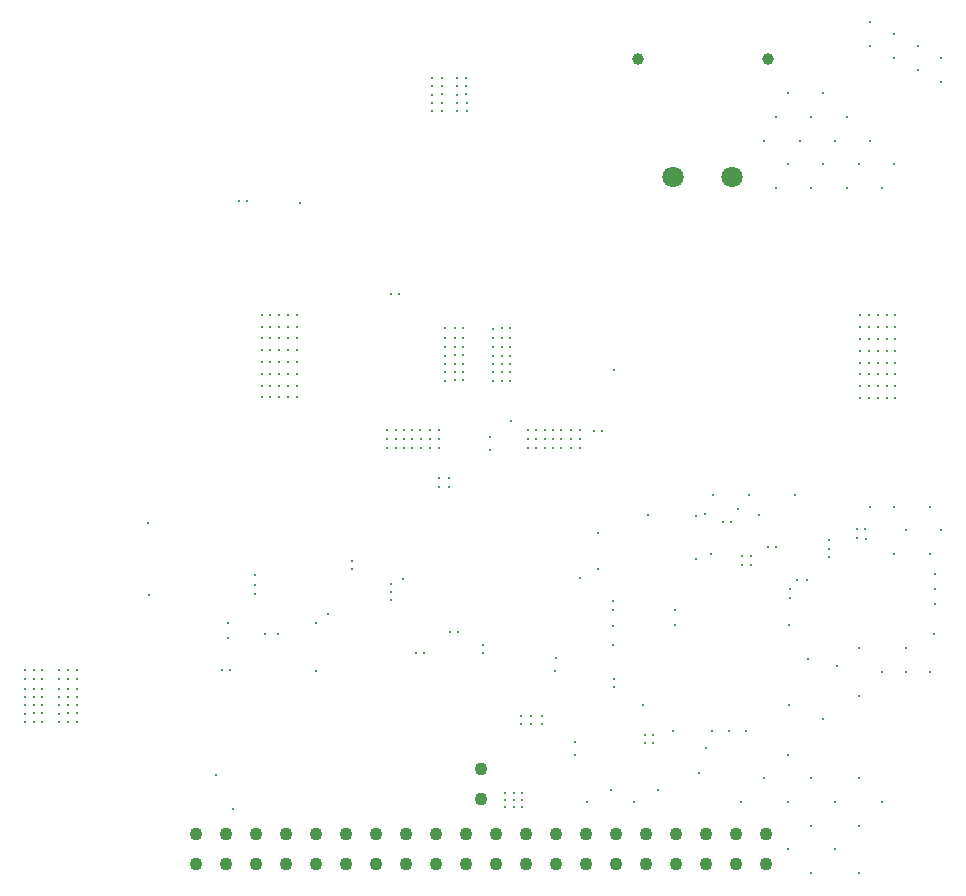
<source format=gbr>
%TF.GenerationSoftware,Altium Limited,Altium Designer,21.6.1 (37)*%
G04 Layer_Color=0*
%FSLAX45Y45*%
%MOMM*%
%TF.SameCoordinates,308497C2-864B-4A42-B135-7B231B7309CE*%
%TF.FilePolarity,Positive*%
%TF.FileFunction,Plated,1,4,PTH,Drill*%
%TF.Part,Single*%
G01*
G75*
%TA.AperFunction,ComponentDrill*%
%ADD169C,1.10000*%
%ADD170C,1.80000*%
%ADD171C,1.00000*%
%TA.AperFunction,ViaDrill,NotFilled*%
%ADD172C,0.30000*%
%ADD173C,0.20000*%
D169*
X3621000Y271000D02*
D03*
X3875000D02*
D03*
X4129000D02*
D03*
X4383000D02*
D03*
X4637000D02*
D03*
X4891000D02*
D03*
X5145000D02*
D03*
X5399000D02*
D03*
X5653000D02*
D03*
X6415000Y525000D02*
D03*
X6161000Y271000D02*
D03*
X5907000D02*
D03*
X6161000Y525000D02*
D03*
X3621000D02*
D03*
X3875000D02*
D03*
X4129000D02*
D03*
X4383000D02*
D03*
X4637000D02*
D03*
X4891000D02*
D03*
X5145000D02*
D03*
X5399000D02*
D03*
X5653000D02*
D03*
X5907000D02*
D03*
X6415000Y271000D02*
D03*
X1589000D02*
D03*
X1843000D02*
D03*
X2097000D02*
D03*
X2605000D02*
D03*
X2859000D02*
D03*
X3113000D02*
D03*
X3367000D02*
D03*
X3113000Y525000D02*
D03*
X3367000D02*
D03*
X2859000D02*
D03*
X2351000Y271000D02*
D03*
X1843000Y525000D02*
D03*
X2097000D02*
D03*
X2351000D02*
D03*
X2605000D02*
D03*
X1589000D02*
D03*
X4000000Y825500D02*
D03*
Y1079500D02*
D03*
D170*
X6129364Y6090000D02*
D03*
X5629364D02*
D03*
D171*
X5329364Y7090000D02*
D03*
X6429364D02*
D03*
D172*
X6102500Y1400000D02*
D03*
X5954364D02*
D03*
X6615829Y2523535D02*
D03*
X6292500Y2802500D02*
D03*
X6212500D02*
D03*
X6290000Y2880000D02*
D03*
X6210000D02*
D03*
X6500000Y2960000D02*
D03*
X6430000D02*
D03*
X5950000Y2900000D02*
D03*
X5820000Y2860000D02*
D03*
X5122638Y2293294D02*
D03*
X2470000Y5870000D02*
D03*
X3310000Y5100000D02*
D03*
X3240000D02*
D03*
X5030000Y3940000D02*
D03*
X4350000Y760000D02*
D03*
Y820000D02*
D03*
Y880000D02*
D03*
X1806803Y1919016D02*
D03*
X4020000Y2060000D02*
D03*
X3740000Y2240000D02*
D03*
X3810000D02*
D03*
X3800638Y6648491D02*
D03*
X3880000Y6649364D02*
D03*
Y6720000D02*
D03*
X3800638Y6719127D02*
D03*
X3879363Y6790873D02*
D03*
X3800000Y6790000D02*
D03*
Y6860000D02*
D03*
X3879363Y6860873D02*
D03*
Y6930873D02*
D03*
X3800000Y6930000D02*
D03*
X3590637Y6648491D02*
D03*
X3670000Y6649364D02*
D03*
Y6720000D02*
D03*
X3590637Y6719127D02*
D03*
X3669362Y6790873D02*
D03*
X3590000Y6790000D02*
D03*
Y6860000D02*
D03*
X3669362Y6860873D02*
D03*
Y6930873D02*
D03*
X3590000Y6930000D02*
D03*
X580000Y1479364D02*
D03*
X430638Y1478491D02*
D03*
X510000Y1479364D02*
D03*
Y1550000D02*
D03*
X580000D02*
D03*
X430638Y1549127D02*
D03*
X509363Y1620873D02*
D03*
X430000Y1620000D02*
D03*
X579363Y1620873D02*
D03*
Y1690873D02*
D03*
X430000Y1690000D02*
D03*
X509363Y1690873D02*
D03*
Y1760873D02*
D03*
X579363D02*
D03*
X430000Y1760000D02*
D03*
X579363Y1840873D02*
D03*
X509363D02*
D03*
X430000Y1840000D02*
D03*
X430638Y1919127D02*
D03*
X510000Y1920000D02*
D03*
X580000D02*
D03*
X290000Y1479364D02*
D03*
X140638Y1478491D02*
D03*
X220000Y1479364D02*
D03*
Y1550000D02*
D03*
X290000D02*
D03*
X140638Y1549127D02*
D03*
X219363Y1620873D02*
D03*
X140000Y1620000D02*
D03*
X289362Y1620873D02*
D03*
Y1690873D02*
D03*
X140000Y1690000D02*
D03*
X219363Y1690873D02*
D03*
Y1760873D02*
D03*
X289362D02*
D03*
X140000Y1760000D02*
D03*
X289362Y1840873D02*
D03*
X219363D02*
D03*
X140000Y1840000D02*
D03*
X140638Y1919127D02*
D03*
X220000Y1920000D02*
D03*
X290000D02*
D03*
X6050000Y3170000D02*
D03*
X5820000Y3220000D02*
D03*
X5897538Y3235673D02*
D03*
X3850000Y4369364D02*
D03*
X3700638Y4368491D02*
D03*
X3780000Y4369364D02*
D03*
Y4440000D02*
D03*
X3850000D02*
D03*
X3700638Y4439127D02*
D03*
X3779363Y4510873D02*
D03*
X3700000Y4510000D02*
D03*
X3849362Y4510873D02*
D03*
Y4580873D02*
D03*
X3700000Y4580000D02*
D03*
X3779363Y4580873D02*
D03*
Y4650873D02*
D03*
X3849362D02*
D03*
X3700000Y4650000D02*
D03*
X3849362Y4730873D02*
D03*
X3779363D02*
D03*
X3700000Y4730000D02*
D03*
X3700638Y4809127D02*
D03*
X3780000Y4810000D02*
D03*
X3850000D02*
D03*
X4250637Y4368491D02*
D03*
X4101275Y4367618D02*
D03*
X4180638Y4368491D02*
D03*
Y4439127D02*
D03*
X4250637D02*
D03*
X4101275Y4438254D02*
D03*
X4180000Y4510000D02*
D03*
X4100637Y4509127D02*
D03*
X4250000Y4510000D02*
D03*
Y4580000D02*
D03*
X4100637Y4579127D02*
D03*
X4180000Y4580000D02*
D03*
Y4650000D02*
D03*
X4250000D02*
D03*
X4100637Y4649127D02*
D03*
X4250000Y4730000D02*
D03*
X4180000D02*
D03*
X4100637Y4729127D02*
D03*
X4101275Y4808254D02*
D03*
X4180638Y4809127D02*
D03*
X4250637D02*
D03*
X4400237Y3800638D02*
D03*
X4399364Y3950000D02*
D03*
X4400237Y3870637D02*
D03*
X4470873D02*
D03*
Y3800638D02*
D03*
X4470000Y3950000D02*
D03*
X4541746Y3871275D02*
D03*
X4540873Y3950638D02*
D03*
X4541746Y3801275D02*
D03*
X4611746D02*
D03*
X4610873Y3950638D02*
D03*
X4611746Y3871275D02*
D03*
X4681746D02*
D03*
Y3801275D02*
D03*
X4680873Y3950638D02*
D03*
X4761746Y3801275D02*
D03*
Y3871275D02*
D03*
X4760873Y3950638D02*
D03*
X4840000Y3950000D02*
D03*
X4840873Y3870637D02*
D03*
Y3800638D02*
D03*
X3650000Y3800000D02*
D03*
Y3870000D02*
D03*
X3649127Y3949362D02*
D03*
X3570000Y3950000D02*
D03*
X3570873Y3870637D02*
D03*
Y3800638D02*
D03*
X3490000Y3950000D02*
D03*
X3490873Y3800638D02*
D03*
Y3870637D02*
D03*
X3420873D02*
D03*
X3420000Y3950000D02*
D03*
X3420873Y3800638D02*
D03*
X3350873D02*
D03*
X3350000Y3950000D02*
D03*
X3350873Y3870637D02*
D03*
X3279127Y3949362D02*
D03*
X3280000Y3800000D02*
D03*
Y3870000D02*
D03*
X7900000Y6900000D02*
D03*
Y7100000D02*
D03*
X7700000Y7000000D02*
D03*
Y7200000D02*
D03*
X7500000Y7100000D02*
D03*
X7200000Y200000D02*
D03*
X6800000D02*
D03*
X6600000Y400000D02*
D03*
X7000000D02*
D03*
X7200000Y600000D02*
D03*
X6800000D02*
D03*
X7300000Y7400000D02*
D03*
X7500000Y7300000D02*
D03*
X7300000Y7200000D02*
D03*
X6500000Y6000000D02*
D03*
X6800000D02*
D03*
X7100000D02*
D03*
X7400000D02*
D03*
X7500000Y6200000D02*
D03*
X7200000D02*
D03*
X6900000D02*
D03*
X6600000D02*
D03*
X6400000Y6400000D02*
D03*
X6700000D02*
D03*
X7000000D02*
D03*
X7300000D02*
D03*
X7100000Y6600000D02*
D03*
X6900000Y6800000D02*
D03*
X6800000Y6600000D02*
D03*
X6500000D02*
D03*
X6600000Y6800000D02*
D03*
X7600000Y1900000D02*
D03*
X4900000Y800000D02*
D03*
X5100000Y900000D02*
D03*
X5300000Y800000D02*
D03*
X5500000Y900000D02*
D03*
X7300000Y3300000D02*
D03*
X7800000Y2900000D02*
D03*
X7500000D02*
D03*
X7900000Y3100000D02*
D03*
X7600000D02*
D03*
X7800000Y3300000D02*
D03*
X7500000D02*
D03*
X7200000Y2100000D02*
D03*
X7800000Y1900000D02*
D03*
X7600000Y2100000D02*
D03*
X7400000Y1900000D02*
D03*
X7200000Y1700000D02*
D03*
X6900000Y1500000D02*
D03*
X6600000Y1200000D02*
D03*
X7400000Y800000D02*
D03*
X7200000Y1000000D02*
D03*
X7000000Y800000D02*
D03*
X6800000Y1000000D02*
D03*
X6600000Y800000D02*
D03*
X6400000Y1000000D02*
D03*
X6200000Y800000D02*
D03*
X3650000Y3540000D02*
D03*
X3730000D02*
D03*
X4959364Y3940000D02*
D03*
X3650000Y3467500D02*
D03*
X3730000D02*
D03*
X6950000Y3020000D02*
D03*
Y2945000D02*
D03*
Y2872500D02*
D03*
X1955000Y5885000D02*
D03*
X2022500D02*
D03*
X1874178Y1919265D02*
D03*
X4429364Y1460000D02*
D03*
Y1530000D02*
D03*
X4519364D02*
D03*
X6244364Y1400000D02*
D03*
X6610000Y2300000D02*
D03*
X7837500Y2225000D02*
D03*
X7845000Y2475000D02*
D03*
X7847500Y2602500D02*
D03*
X7845000Y2730000D02*
D03*
X7260000Y3030000D02*
D03*
X7185000Y3032500D02*
D03*
X7257500Y3110000D02*
D03*
X7185000D02*
D03*
X5122649Y2133285D02*
D03*
X5642500Y2427500D02*
D03*
X3340284Y2689716D02*
D03*
X5460636Y1302500D02*
D03*
X5390000D02*
D03*
X4519364Y1460000D02*
D03*
X5844364Y1042500D02*
D03*
X5626865Y1400000D02*
D03*
X2601864Y1907500D02*
D03*
X3239364Y2650000D02*
D03*
X4339364Y1460000D02*
D03*
X6355000Y3232500D02*
D03*
X4994364Y3077500D02*
D03*
X6619364Y2600000D02*
D03*
X5125000Y4455000D02*
D03*
X6180000Y3280000D02*
D03*
X7436864Y4720000D02*
D03*
Y4420000D02*
D03*
X7366864D02*
D03*
Y4620000D02*
D03*
X7436864Y4320000D02*
D03*
Y4520000D02*
D03*
X7511864Y4220000D02*
D03*
X7366864Y4820000D02*
D03*
X7436864Y4220000D02*
D03*
X7214364Y4720000D02*
D03*
X7289364Y4520000D02*
D03*
X7436864Y4620000D02*
D03*
Y4920000D02*
D03*
X7214364Y4820000D02*
D03*
X7366864Y4720000D02*
D03*
X7511864Y4920000D02*
D03*
X7289364Y4820000D02*
D03*
X7214364Y4920000D02*
D03*
X7289364Y4220000D02*
D03*
X7436864Y4820000D02*
D03*
X7289364Y4420000D02*
D03*
Y4620000D02*
D03*
X7511864Y4820000D02*
D03*
X7366864Y4220000D02*
D03*
X7214364D02*
D03*
Y4520000D02*
D03*
Y4420000D02*
D03*
X7289364Y4720000D02*
D03*
X7511864D02*
D03*
X7214364Y4320000D02*
D03*
X7289364Y4920000D02*
D03*
X7511864Y4320000D02*
D03*
X7214364Y4620000D02*
D03*
X7511864Y4520000D02*
D03*
X7366864Y4920000D02*
D03*
X7511864Y4420000D02*
D03*
Y4620000D02*
D03*
X7366864Y4320000D02*
D03*
X7289364D02*
D03*
X7366864Y4520000D02*
D03*
X5390000Y1370000D02*
D03*
X5460000D02*
D03*
X4629364Y1910000D02*
D03*
X5909364Y1260000D02*
D03*
X6769364Y2010000D02*
D03*
X6659364Y3400000D02*
D03*
X4019364Y2127500D02*
D03*
X6761864Y2680000D02*
D03*
X5121865Y2500000D02*
D03*
X5119364Y2425000D02*
D03*
X7016864Y1950000D02*
D03*
X4636864Y2017500D02*
D03*
X5644364Y2300000D02*
D03*
X2704364Y2390000D02*
D03*
X2601864Y2317500D02*
D03*
X1906864Y740000D02*
D03*
X1759364Y1030000D02*
D03*
X1864364Y2317500D02*
D03*
X1861864Y2187500D02*
D03*
X1191864Y2555000D02*
D03*
X1186864Y3165000D02*
D03*
X2089364Y2560000D02*
D03*
Y2640000D02*
D03*
Y2720000D02*
D03*
X3519364Y2065000D02*
D03*
X3451864D02*
D03*
X2914364Y2770000D02*
D03*
Y2837500D02*
D03*
X3239364Y2510000D02*
D03*
Y2580000D02*
D03*
X4210000Y880000D02*
D03*
X4280000D02*
D03*
X4210000Y760000D02*
D03*
X4280000D02*
D03*
Y820000D02*
D03*
X4210000D02*
D03*
X5130000Y1840000D02*
D03*
X5129364Y1770000D02*
D03*
X4839364Y2700000D02*
D03*
X6676864Y2680000D02*
D03*
X6119364Y3170000D02*
D03*
X6269364Y3400000D02*
D03*
X5969364D02*
D03*
X5420115Y3231750D02*
D03*
X6613614Y1623250D02*
D03*
X5370115Y1618250D02*
D03*
X4339364Y1530000D02*
D03*
X4989364Y2770000D02*
D03*
X2444364Y4925000D02*
D03*
X2369364D02*
D03*
X2294364D02*
D03*
X2144364D02*
D03*
X2219364D02*
D03*
Y4225000D02*
D03*
X2144364D02*
D03*
X2294364D02*
D03*
X2369364D02*
D03*
X2444364D02*
D03*
X2219364Y4325000D02*
D03*
X2144364D02*
D03*
X2294364D02*
D03*
X2369364D02*
D03*
X2444364D02*
D03*
X2219364Y4425000D02*
D03*
X2144364D02*
D03*
X2294364D02*
D03*
X2369364D02*
D03*
X2444364D02*
D03*
X2219364Y4525000D02*
D03*
X2144364D02*
D03*
X2294364D02*
D03*
X2369364D02*
D03*
X2444364D02*
D03*
X2219364Y4625000D02*
D03*
X2144364D02*
D03*
X2294364D02*
D03*
X2369364D02*
D03*
X2444364D02*
D03*
X2219364Y4725000D02*
D03*
X2144364D02*
D03*
X2294364D02*
D03*
X2369364D02*
D03*
X2444364D02*
D03*
X2219364Y4825000D02*
D03*
X2144364D02*
D03*
X2294364D02*
D03*
X2369364D02*
D03*
X2444364D02*
D03*
X4256864Y4022500D02*
D03*
X3209364Y3870000D02*
D03*
X3208491Y3949362D02*
D03*
X3209364Y3800000D02*
D03*
D173*
X4794364Y1195000D02*
D03*
Y1305000D02*
D03*
X4076864Y3892500D02*
D03*
Y3782500D02*
D03*
X2171864Y2220000D02*
D03*
X2281864D02*
D03*
%TF.MD5,91817a6c67b2622ab83f1103ff247d04*%
M02*

</source>
